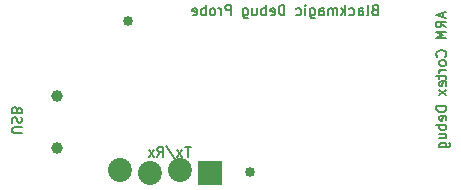
<source format=gbr>
%TF.GenerationSoftware,KiCad,Pcbnew,(6.0.7)*%
%TF.CreationDate,2022-08-30T17:51:16+02:00*%
%TF.ProjectId,blackmagic_richardeoin,626c6163-6b6d-4616-9769-635f72696368,rev?*%
%TF.SameCoordinates,Original*%
%TF.FileFunction,Soldermask,Bot*%
%TF.FilePolarity,Negative*%
%FSLAX46Y46*%
G04 Gerber Fmt 4.6, Leading zero omitted, Abs format (unit mm)*
G04 Created by KiCad (PCBNEW (6.0.7)) date 2022-08-30 17:51:16*
%MOMM*%
%LPD*%
G01*
G04 APERTURE LIST*
G04 Aperture macros list*
%AMRoundRect*
0 Rectangle with rounded corners*
0 $1 Rounding radius*
0 $2 $3 $4 $5 $6 $7 $8 $9 X,Y pos of 4 corners*
0 Add a 4 corners polygon primitive as box body*
4,1,4,$2,$3,$4,$5,$6,$7,$8,$9,$2,$3,0*
0 Add four circle primitives for the rounded corners*
1,1,$1+$1,$2,$3*
1,1,$1+$1,$4,$5*
1,1,$1+$1,$6,$7*
1,1,$1+$1,$8,$9*
0 Add four rect primitives between the rounded corners*
20,1,$1+$1,$2,$3,$4,$5,0*
20,1,$1+$1,$4,$5,$6,$7,0*
20,1,$1+$1,$6,$7,$8,$9,0*
20,1,$1+$1,$8,$9,$2,$3,0*%
G04 Aperture macros list end*
%ADD10C,0.150000*%
%ADD11C,0.850000*%
%ADD12C,1.000000*%
%ADD13RoundRect,0.075000X-0.939800X0.939800X-0.939800X-0.939800X0.939800X-0.939800X0.939800X0.939800X0*%
%ADD14C,2.029600*%
G04 APERTURE END LIST*
D10*
X180917885Y-90017885D02*
X180796457Y-90058361D01*
X180755980Y-90098838D01*
X180715504Y-90179790D01*
X180715504Y-90301219D01*
X180755980Y-90382171D01*
X180796457Y-90422647D01*
X180877409Y-90463123D01*
X181201219Y-90463123D01*
X181201219Y-89613123D01*
X180917885Y-89613123D01*
X180836933Y-89653600D01*
X180796457Y-89694076D01*
X180755980Y-89775028D01*
X180755980Y-89855980D01*
X180796457Y-89936933D01*
X180836933Y-89977409D01*
X180917885Y-90017885D01*
X181201219Y-90017885D01*
X180229790Y-90463123D02*
X180310742Y-90422647D01*
X180351219Y-90341695D01*
X180351219Y-89613123D01*
X179541695Y-90463123D02*
X179541695Y-90017885D01*
X179582171Y-89936933D01*
X179663123Y-89896457D01*
X179825028Y-89896457D01*
X179905980Y-89936933D01*
X179541695Y-90422647D02*
X179622647Y-90463123D01*
X179825028Y-90463123D01*
X179905980Y-90422647D01*
X179946457Y-90341695D01*
X179946457Y-90260742D01*
X179905980Y-90179790D01*
X179825028Y-90139314D01*
X179622647Y-90139314D01*
X179541695Y-90098838D01*
X178772647Y-90422647D02*
X178853600Y-90463123D01*
X179015504Y-90463123D01*
X179096457Y-90422647D01*
X179136933Y-90382171D01*
X179177409Y-90301219D01*
X179177409Y-90058361D01*
X179136933Y-89977409D01*
X179096457Y-89936933D01*
X179015504Y-89896457D01*
X178853600Y-89896457D01*
X178772647Y-89936933D01*
X178408361Y-90463123D02*
X178408361Y-89613123D01*
X178327409Y-90139314D02*
X178084552Y-90463123D01*
X178084552Y-89896457D02*
X178408361Y-90220266D01*
X177720266Y-90463123D02*
X177720266Y-89896457D01*
X177720266Y-89977409D02*
X177679790Y-89936933D01*
X177598838Y-89896457D01*
X177477409Y-89896457D01*
X177396457Y-89936933D01*
X177355980Y-90017885D01*
X177355980Y-90463123D01*
X177355980Y-90017885D02*
X177315504Y-89936933D01*
X177234552Y-89896457D01*
X177113123Y-89896457D01*
X177032171Y-89936933D01*
X176991695Y-90017885D01*
X176991695Y-90463123D01*
X176222647Y-90463123D02*
X176222647Y-90017885D01*
X176263123Y-89936933D01*
X176344076Y-89896457D01*
X176505980Y-89896457D01*
X176586933Y-89936933D01*
X176222647Y-90422647D02*
X176303600Y-90463123D01*
X176505980Y-90463123D01*
X176586933Y-90422647D01*
X176627409Y-90341695D01*
X176627409Y-90260742D01*
X176586933Y-90179790D01*
X176505980Y-90139314D01*
X176303600Y-90139314D01*
X176222647Y-90098838D01*
X175453600Y-89896457D02*
X175453600Y-90584552D01*
X175494076Y-90665504D01*
X175534552Y-90705980D01*
X175615504Y-90746457D01*
X175736933Y-90746457D01*
X175817885Y-90705980D01*
X175453600Y-90422647D02*
X175534552Y-90463123D01*
X175696457Y-90463123D01*
X175777409Y-90422647D01*
X175817885Y-90382171D01*
X175858361Y-90301219D01*
X175858361Y-90058361D01*
X175817885Y-89977409D01*
X175777409Y-89936933D01*
X175696457Y-89896457D01*
X175534552Y-89896457D01*
X175453600Y-89936933D01*
X175048838Y-90463123D02*
X175048838Y-89896457D01*
X175048838Y-89613123D02*
X175089314Y-89653600D01*
X175048838Y-89694076D01*
X175008361Y-89653600D01*
X175048838Y-89613123D01*
X175048838Y-89694076D01*
X174279790Y-90422647D02*
X174360742Y-90463123D01*
X174522647Y-90463123D01*
X174603600Y-90422647D01*
X174644076Y-90382171D01*
X174684552Y-90301219D01*
X174684552Y-90058361D01*
X174644076Y-89977409D01*
X174603600Y-89936933D01*
X174522647Y-89896457D01*
X174360742Y-89896457D01*
X174279790Y-89936933D01*
X173267885Y-90463123D02*
X173267885Y-89613123D01*
X173065504Y-89613123D01*
X172944076Y-89653600D01*
X172863123Y-89734552D01*
X172822647Y-89815504D01*
X172782171Y-89977409D01*
X172782171Y-90098838D01*
X172822647Y-90260742D01*
X172863123Y-90341695D01*
X172944076Y-90422647D01*
X173065504Y-90463123D01*
X173267885Y-90463123D01*
X172094076Y-90422647D02*
X172175028Y-90463123D01*
X172336933Y-90463123D01*
X172417885Y-90422647D01*
X172458361Y-90341695D01*
X172458361Y-90017885D01*
X172417885Y-89936933D01*
X172336933Y-89896457D01*
X172175028Y-89896457D01*
X172094076Y-89936933D01*
X172053600Y-90017885D01*
X172053600Y-90098838D01*
X172458361Y-90179790D01*
X171689314Y-90463123D02*
X171689314Y-89613123D01*
X171689314Y-89936933D02*
X171608361Y-89896457D01*
X171446457Y-89896457D01*
X171365504Y-89936933D01*
X171325028Y-89977409D01*
X171284552Y-90058361D01*
X171284552Y-90301219D01*
X171325028Y-90382171D01*
X171365504Y-90422647D01*
X171446457Y-90463123D01*
X171608361Y-90463123D01*
X171689314Y-90422647D01*
X170555980Y-89896457D02*
X170555980Y-90463123D01*
X170920266Y-89896457D02*
X170920266Y-90341695D01*
X170879790Y-90422647D01*
X170798838Y-90463123D01*
X170677409Y-90463123D01*
X170596457Y-90422647D01*
X170555980Y-90382171D01*
X169786933Y-89896457D02*
X169786933Y-90584552D01*
X169827409Y-90665504D01*
X169867885Y-90705980D01*
X169948838Y-90746457D01*
X170070266Y-90746457D01*
X170151219Y-90705980D01*
X169786933Y-90422647D02*
X169867885Y-90463123D01*
X170029790Y-90463123D01*
X170110742Y-90422647D01*
X170151219Y-90382171D01*
X170191695Y-90301219D01*
X170191695Y-90058361D01*
X170151219Y-89977409D01*
X170110742Y-89936933D01*
X170029790Y-89896457D01*
X169867885Y-89896457D01*
X169786933Y-89936933D01*
X168734552Y-90463123D02*
X168734552Y-89613123D01*
X168410742Y-89613123D01*
X168329790Y-89653600D01*
X168289314Y-89694076D01*
X168248838Y-89775028D01*
X168248838Y-89896457D01*
X168289314Y-89977409D01*
X168329790Y-90017885D01*
X168410742Y-90058361D01*
X168734552Y-90058361D01*
X167884552Y-90463123D02*
X167884552Y-89896457D01*
X167884552Y-90058361D02*
X167844076Y-89977409D01*
X167803600Y-89936933D01*
X167722647Y-89896457D01*
X167641695Y-89896457D01*
X167236933Y-90463123D02*
X167317885Y-90422647D01*
X167358361Y-90382171D01*
X167398838Y-90301219D01*
X167398838Y-90058361D01*
X167358361Y-89977409D01*
X167317885Y-89936933D01*
X167236933Y-89896457D01*
X167115504Y-89896457D01*
X167034552Y-89936933D01*
X166994076Y-89977409D01*
X166953600Y-90058361D01*
X166953600Y-90301219D01*
X166994076Y-90382171D01*
X167034552Y-90422647D01*
X167115504Y-90463123D01*
X167236933Y-90463123D01*
X166589314Y-90463123D02*
X166589314Y-89613123D01*
X166589314Y-89936933D02*
X166508361Y-89896457D01*
X166346457Y-89896457D01*
X166265504Y-89936933D01*
X166225028Y-89977409D01*
X166184552Y-90058361D01*
X166184552Y-90301219D01*
X166225028Y-90382171D01*
X166265504Y-90422647D01*
X166346457Y-90463123D01*
X166508361Y-90463123D01*
X166589314Y-90422647D01*
X165496457Y-90422647D02*
X165577409Y-90463123D01*
X165739314Y-90463123D01*
X165820266Y-90422647D01*
X165860742Y-90341695D01*
X165860742Y-90017885D01*
X165820266Y-89936933D01*
X165739314Y-89896457D01*
X165577409Y-89896457D01*
X165496457Y-89936933D01*
X165455980Y-90017885D01*
X165455980Y-90098838D01*
X165860742Y-90179790D01*
X151041576Y-100448719D02*
X150353480Y-100448719D01*
X150272528Y-100408242D01*
X150232052Y-100367766D01*
X150191576Y-100286814D01*
X150191576Y-100124909D01*
X150232052Y-100043957D01*
X150272528Y-100003480D01*
X150353480Y-99963004D01*
X151041576Y-99963004D01*
X150232052Y-99598719D02*
X150191576Y-99477290D01*
X150191576Y-99274909D01*
X150232052Y-99193957D01*
X150272528Y-99153480D01*
X150353480Y-99113004D01*
X150434433Y-99113004D01*
X150515385Y-99153480D01*
X150555861Y-99193957D01*
X150596338Y-99274909D01*
X150636814Y-99436814D01*
X150677290Y-99517766D01*
X150717766Y-99558242D01*
X150798719Y-99598719D01*
X150879671Y-99598719D01*
X150960623Y-99558242D01*
X151001100Y-99517766D01*
X151041576Y-99436814D01*
X151041576Y-99234433D01*
X151001100Y-99113004D01*
X150636814Y-98465385D02*
X150596338Y-98343957D01*
X150555861Y-98303480D01*
X150474909Y-98263004D01*
X150353480Y-98263004D01*
X150272528Y-98303480D01*
X150232052Y-98343957D01*
X150191576Y-98424909D01*
X150191576Y-98748719D01*
X151041576Y-98748719D01*
X151041576Y-98465385D01*
X151001100Y-98384433D01*
X150960623Y-98343957D01*
X150879671Y-98303480D01*
X150798719Y-98303480D01*
X150717766Y-98343957D01*
X150677290Y-98384433D01*
X150636814Y-98465385D01*
X150636814Y-98748719D01*
X165322647Y-101613123D02*
X164836933Y-101613123D01*
X165079790Y-102463123D02*
X165079790Y-101613123D01*
X164634552Y-102463123D02*
X164189314Y-101896457D01*
X164634552Y-101896457D02*
X164189314Y-102463123D01*
X163258361Y-101572647D02*
X163986933Y-102665504D01*
X162489314Y-102463123D02*
X162772647Y-102058361D01*
X162975028Y-102463123D02*
X162975028Y-101613123D01*
X162651219Y-101613123D01*
X162570266Y-101653600D01*
X162529790Y-101694076D01*
X162489314Y-101775028D01*
X162489314Y-101896457D01*
X162529790Y-101977409D01*
X162570266Y-102017885D01*
X162651219Y-102058361D01*
X162975028Y-102058361D01*
X162205980Y-102463123D02*
X161760742Y-101896457D01*
X162205980Y-101896457D02*
X161760742Y-102463123D01*
X186717766Y-90263004D02*
X186717766Y-90667766D01*
X186960623Y-90182052D02*
X186110623Y-90465385D01*
X186960623Y-90748719D01*
X186960623Y-91517766D02*
X186555861Y-91234433D01*
X186960623Y-91032052D02*
X186110623Y-91032052D01*
X186110623Y-91355861D01*
X186151100Y-91436814D01*
X186191576Y-91477290D01*
X186272528Y-91517766D01*
X186393957Y-91517766D01*
X186474909Y-91477290D01*
X186515385Y-91436814D01*
X186555861Y-91355861D01*
X186555861Y-91032052D01*
X186960623Y-91882052D02*
X186110623Y-91882052D01*
X186717766Y-92165385D01*
X186110623Y-92448719D01*
X186960623Y-92448719D01*
X186879671Y-93986814D02*
X186920147Y-93946338D01*
X186960623Y-93824909D01*
X186960623Y-93743957D01*
X186920147Y-93622528D01*
X186839195Y-93541576D01*
X186758242Y-93501100D01*
X186596338Y-93460623D01*
X186474909Y-93460623D01*
X186313004Y-93501100D01*
X186232052Y-93541576D01*
X186151100Y-93622528D01*
X186110623Y-93743957D01*
X186110623Y-93824909D01*
X186151100Y-93946338D01*
X186191576Y-93986814D01*
X186960623Y-94472528D02*
X186920147Y-94391576D01*
X186879671Y-94351100D01*
X186798719Y-94310623D01*
X186555861Y-94310623D01*
X186474909Y-94351100D01*
X186434433Y-94391576D01*
X186393957Y-94472528D01*
X186393957Y-94593957D01*
X186434433Y-94674909D01*
X186474909Y-94715385D01*
X186555861Y-94755861D01*
X186798719Y-94755861D01*
X186879671Y-94715385D01*
X186920147Y-94674909D01*
X186960623Y-94593957D01*
X186960623Y-94472528D01*
X186960623Y-95120147D02*
X186393957Y-95120147D01*
X186555861Y-95120147D02*
X186474909Y-95160623D01*
X186434433Y-95201100D01*
X186393957Y-95282052D01*
X186393957Y-95363004D01*
X186393957Y-95524909D02*
X186393957Y-95848719D01*
X186110623Y-95646338D02*
X186839195Y-95646338D01*
X186920147Y-95686814D01*
X186960623Y-95767766D01*
X186960623Y-95848719D01*
X186920147Y-96455861D02*
X186960623Y-96374909D01*
X186960623Y-96213004D01*
X186920147Y-96132052D01*
X186839195Y-96091576D01*
X186515385Y-96091576D01*
X186434433Y-96132052D01*
X186393957Y-96213004D01*
X186393957Y-96374909D01*
X186434433Y-96455861D01*
X186515385Y-96496338D01*
X186596338Y-96496338D01*
X186677290Y-96091576D01*
X186960623Y-96779671D02*
X186393957Y-97224909D01*
X186393957Y-96779671D02*
X186960623Y-97224909D01*
X186960623Y-98196338D02*
X186110623Y-98196338D01*
X186110623Y-98398719D01*
X186151100Y-98520147D01*
X186232052Y-98601100D01*
X186313004Y-98641576D01*
X186474909Y-98682052D01*
X186596338Y-98682052D01*
X186758242Y-98641576D01*
X186839195Y-98601100D01*
X186920147Y-98520147D01*
X186960623Y-98398719D01*
X186960623Y-98196338D01*
X186920147Y-99370147D02*
X186960623Y-99289195D01*
X186960623Y-99127290D01*
X186920147Y-99046338D01*
X186839195Y-99005861D01*
X186515385Y-99005861D01*
X186434433Y-99046338D01*
X186393957Y-99127290D01*
X186393957Y-99289195D01*
X186434433Y-99370147D01*
X186515385Y-99410623D01*
X186596338Y-99410623D01*
X186677290Y-99005861D01*
X186960623Y-99774909D02*
X186110623Y-99774909D01*
X186434433Y-99774909D02*
X186393957Y-99855861D01*
X186393957Y-100017766D01*
X186434433Y-100098719D01*
X186474909Y-100139195D01*
X186555861Y-100179671D01*
X186798719Y-100179671D01*
X186879671Y-100139195D01*
X186920147Y-100098719D01*
X186960623Y-100017766D01*
X186960623Y-99855861D01*
X186920147Y-99774909D01*
X186393957Y-100908242D02*
X186960623Y-100908242D01*
X186393957Y-100543957D02*
X186839195Y-100543957D01*
X186920147Y-100584433D01*
X186960623Y-100665385D01*
X186960623Y-100786814D01*
X186920147Y-100867766D01*
X186879671Y-100908242D01*
X186393957Y-101677290D02*
X187082052Y-101677290D01*
X187163004Y-101636814D01*
X187203480Y-101596338D01*
X187243957Y-101515385D01*
X187243957Y-101393957D01*
X187203480Y-101313004D01*
X186920147Y-101677290D02*
X186960623Y-101596338D01*
X186960623Y-101434433D01*
X186920147Y-101353480D01*
X186879671Y-101313004D01*
X186798719Y-101272528D01*
X186555861Y-101272528D01*
X186474909Y-101313004D01*
X186434433Y-101353480D01*
X186393957Y-101434433D01*
X186393957Y-101596338D01*
X186434433Y-101677290D01*
D11*
%TO.C,BTN2*%
X170376100Y-103753600D03*
%TD*%
D12*
%TO.C,CN1*%
X154001100Y-101703600D03*
X154001100Y-97303600D03*
%TD*%
D11*
%TO.C,BTN1*%
X160001100Y-91003600D03*
%TD*%
D13*
%TO.C,JP1*%
X167001100Y-103880600D03*
D14*
X164461100Y-103626600D03*
X161921100Y-103880600D03*
X159381100Y-103626600D03*
%TD*%
M02*

</source>
